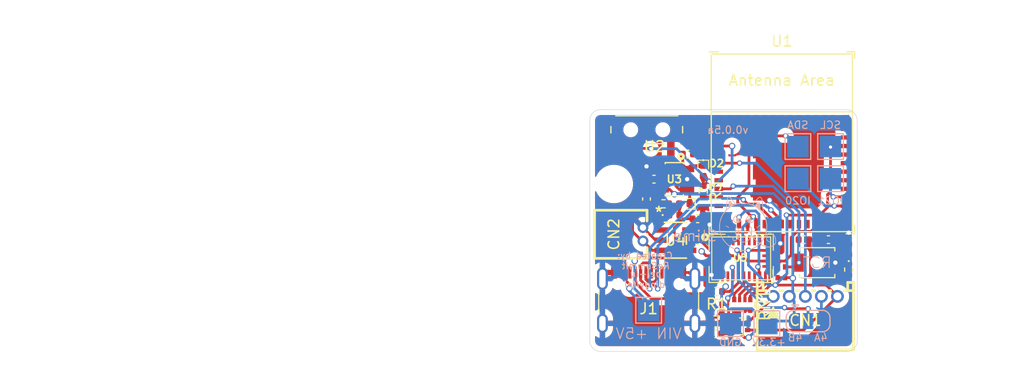
<source format=kicad_pcb>
(kicad_pcb (version 20240108) (generator "pcbnew") (generator_version "8.0")
  (layers (0 "F.Cu" signal) (31 "B.Cu" signal) (34 "B.Paste" user) (35 "F.Paste" user) (36 "B.SilkS" user "B.Silkscreen") (37 "F.SilkS" user "F.Silkscreen") (38 "B.Mask" user) (39 "F.Mask" user) (44 "Edge.Cuts" user))
  (net 0 "")
  (net 1 "GND")
  (net 2 "VBAT")
  (net 3 "/ESP32-C6FH4/ESP_EN")
  (net 4 "/ESP32-C6FH4/IO9{slash}BOOT")
  (net 5 "VBUS")
  (net 6 "Net-(CHRG1-K)")
  (net 7 "/ESP32-C6FH4/IO8")
  (net 8 "Net-(D1-K)")
  (net 9 "/ESP32-C6FH4/IO15{slash}LP")
  (net 10 "/ESP32-C6FH4/IO5")
  (net 11 "/ESP32-C6FH4/IO16{slash}TX")
  (net 12 "/ESP32-C6FH4/IO20{slash}PICO")
  (net 13 "/ESP32-C6FH4/IO23{slash}STAT")
  (net 14 "/ESP32-C6FH4/IO17{slash}RX")
  (net 15 "/ESP32-C6FH4/IO21{slash}POCI")
  (net 16 "/ESP32-C6FH4/IO22{slash}~{SD_DET}")
  (net 17 "D+ P")
  (net 18 "Net-(U5-CAP)")
  (net 19 "D- N")
  (net 20 "BNO_INT")
  (net 22 "Net-(RN1D-R4.1)")
  (net 26 "BNO_SCL")
  (net 28 "BNO_SDA")
  (net 29 "Net-(JP1-C)")
  (net 34 "+3.3V")
  (net 35 "/ESP32-C6FH4/IO14")
  (net 36 "BNO_INT2")
  (net 37 "BatSense")
  (net 38 "Net-(J1-CC2)")
  (net 39 "Net-(J1-CC1)")
  (net 40 "Net-(U4-STAT)")
  (net 41 "Net-(U4-PROG)")
  (net 42 "/ESP32-C6FH4/IO18{slash}~{CS}")
  (net 43 "/ESP32-C6FH4/IO0")
  (net 44 "/ESP32-C6FH4/IO19{slash}SCK")
  (net 45 "Net-(STAT1-K)")
  (net 47 "Net-(D2-A)")
  (net 49 "/ESP32-C6FH4/IO3")
  (net 50 "Net-(RN1B-R2.1)")
  (net 51 "Net-(U5-BOOTN)")
  (net 52 "Net-(RN1A-R1.1)")
  (footprint "uSlime-libs:D_0402_1005Metric" (layer "F.Cu") (at 109.5 98.15 180)
    (property "Reference" "D1" (hide yes))
    (property "Value" "D" (hide yes))
  )
  (footprint "Resistor_SMD:R_Array_Convex_4x0402" (layer "F.Cu") (at 114.9 107.6 -90)
    (property "Reference" "RN1")
    (property "Value" "10k")
  )
  (footprint "Capacitor_SMD:C_0402_1005Metric" (layer "F.Cu") (at 120.65 101.5)
    (property "Reference" "C1" (hide yes))
    (property "Value" "0.1uF" (hide yes))
  )
  (footprint "uSlime-libs:CONN-TH_5P-P1.50_X1502WR-05K-N0SN" (layer "F.Cu") (at 120.795 106.8)
    (property "Reference" "CN1")
    (property "Value" "X1502WR-05K-N0SN")
  )
  (footprint "LED_SMD:LED_0402_1005Metric" (layer "F.Cu") (at 108.55 99.2)
    (property "Reference" "CHRG1" (hide yes))
    (property "Value" "LED" (hide yes))
  )
  (footprint "Resistor_SMD:R_0402_1005Metric" (layer "F.Cu") (at 111.25 97 -90)
    (property "Reference" "R3")
    (property "Value" "180k")
  )
  (footprint "Connector_USB:USB_C_Receptacle_GCT_USB4105-xx-A_16P_TopMnt_Horizontal" (layer "F.Cu") (at 106.15 108.25)
    (property "Reference" "J1")
    (property "Value" "USB_C_Receptacle_USB2.0_14P")
  )
  (footprint "Capacitor_SMD:C_0402_1005Metric" (layer "F.Cu") (at 112.45 110.3 180)
    (property "Reference" "C9" (hide yes))
    (property "Value" "0.1uF" (hide yes))
  )
  (footprint "Capacitor_SMD:C_0402_1005Metric" (layer "F.Cu") (at 122.95 101.5)
    (property "Reference" "C2" (hide yes))
    (property "Value" "0.1uF" (hide yes))
  )
  (footprint "Resistor_SMD:R_0402_1005Metric" (layer "F.Cu") (at 110.7 101.55)
    (property "Reference" "R5" (hide yes))
    (property "Value" "2k" (hide yes))
  )
  (footprint "Resistor_SMD:R_Array_Convex_2x0402" (layer "F.Cu") (at 112.5 107.85 180)
    (property "Reference" "RN4" (hide yes))
    (property "Value" "5.1k" (hide yes))
  )
  (footprint "Capacitor_SMD:C_0402_1005Metric" (layer "F.Cu") (at 109.82 93.5)
    (property "Reference" "C3" (hide yes))
    (property "Value" "10uF" (hide yes))
  )
  (footprint "Resistor_SMD:R_0402_1005Metric" (layer "F.Cu") (at 107.54 98.15 180)
    (property "Reference" "R4" (hide yes))
    (property "Value" "1k" (hide yes))
  )
  (footprint "Resistor_SMD:R_0402_1005Metric" (layer "F.Cu") (at 124.85 104.3 90)
    (property "Reference" "R8" (hide yes))
    (property "Value" "1k" (hide yes))
  )
  (footprint "uSlime-libs:D_0402_1005Metric" (layer "F.Cu") (at 111.25 95.0725 -90)
    (property "Reference" "D2")
    (property "Value" "D")
  )
  (footprint "Capacitor_SMD:C_0402_1005Metric" (layer "F.Cu") (at 112.45 109.3)
    (property "Reference" "C6" (hide yes))
    (property "Value" "0.1uF" (hide yes))
  )
  (footprint "uSlime-libs:BNO080" (layer "F.Cu") (at 114.8 103.25)
    (property "Reference" "U5")
    (property "Value" "BNO085" (hide yes))
  )
  (footprint "Resistor_SMD:R_Array_Convex_2x0402" (layer "F.Cu") (at 114.9 109.6 180)
    (property "Reference" "RN2" (hide yes))
    (property "Value" "2k" (hide yes))
  )
  (footprint "LED_SMD:LED_0402_1005Metric" (layer "F.Cu") (at 124.85 102.4175 90)
    (property "Reference" "STAT1" (hide yes))
    (property "Value" "LED" (hide yes))
  )
  (footprint "Resistor_SMD:R_0402_1005Metric" (layer "F.Cu") (at 112.5 106.35 180)
    (property "Reference" "R1")
    (property "Value" "10k")
  )
  (footprint "Capacitor_SMD:C_0402_1005Metric" (layer "F.Cu") (at 106.65 95.85 180)
    (property "Reference" "C4" (hide yes))
    (property "Value" "10uF" (hide yes))
  )
  (footprint "Capacitor_SMD:C_0402_1005Metric" (layer "F.Cu") (at 105.95 97.7 -90)
    (property "Reference" "C5" (hide yes))
    (property "Value" "10μF" (hide yes))
  )
  (footprint "" (layer "F.Cu") (at 102.9 96.3)
    (property "Reference" "")
    (property "Value" "")
  )
  (footprint "uSlime-libs:SOT-23-5_MC_MCH" (layer "F.Cu") (at 108.65 101.55)
    (property "Reference" "U4")
    (property "Value" "MCP73831T-2ACI/OT" (hide yes))
  )
  (footprint "PCM_Espressif:ESP32-C6-MINI-1" (layer "F.Cu") (at 118.6 92.45)
    (property "Reference" "U1")
    (property "Value" "ESP32-C6-MINI-1" (hide yes))
  )
  (footprint "uSlime-libs:SW_PCM12SMTR" (layer "F.Cu") (at 105.975 91.225 180)
    (property "Reference" "U2")
    (property "Value" "MSK-12C02_SMD_SPDT_SWITCH")
  )
  (footprint "Button_Switch_SMD:SW_SPST_B3U-1000P-B" (layer "F.Cu") (at 121.9 103.65 180)
    (property "Reference" "RESET1" (hide yes))
    (property "Value" "SW_Push")
  )
  (footprint "uSlime-libs:CONN-TH_2P-P1.25_1.25T-2AW" (layer "F.Cu") (at 105.619 101 -90)
    (property "Reference" "CN2")
    (property "Value" "1.25T-2AW")
  )
  (footprint "uSlime-libs:SOT95P285X140-5N" (layer "F.Cu") (at 108.55 95.85 180)
    (property "Reference" "U3")
    (property "Value" "AP2112K-3.3TRG1")
  )
  (footprint "Capacitor_SMD:C_0402_1005Metric" (layer "F.Cu") (at 110.73 99.55)
    (property "Reference" "C7" (hide yes))
    (property "Value" "10μF" (hide yes))
  )
  (footprint "Resistor_SMD:R_Array_Convex_2x0402" (layer "F.Cu") (at 118.55 104.55 -90)
    (property "Reference" "RN3" (hide yes))
    (property "Value" "100k" (hide yes))
  )
  (footprint "TestPoint:TestPoint_Pad_2.0x2.0mm" (layer "B.Cu") (at 113.8 109.35 180)
    (property "Reference" "TP6" (hide yes))
    (property "Value" "GND")
  )
  (footprint "TestPoint:TestPoint_Pad_2.0x2.0mm" (layer "B.Cu") (at 117.2 109.35 180)
    (property "Reference" "TP5" (hide yes))
    (property "Value" "3.3V")
  )
  (footprint "TestPoint:TestPoint_Pad_2.0x2.0mm" (layer "B.Cu") (at 120.1 95.8 180)
    (property "Reference" "TP3" (hide yes))
    (property "Value" "IO14")
  )
  (footprint "TestPoint:TestPoint_Pad_2.0x2.0mm" (layer "B.Cu") (at 123.15 92.8 180)
    (property "Reference" "TP2" (hide yes))
    (property "Value" "SCL")
  )
  (footprint "TestPoint:TestPoint_Pad_2.0x2.0mm" (layer "B.Cu") (at 106.15 108.1 180)
    (property "Reference" "TP7" (hide yes))
    (property "Value" "VBUS")
  )
  (footprint "TestPoint:TestPoint_Pad_2.0x2.0mm" (layer "B.Cu") (at 123.15 95.8 180)
    (property "Reference" "TP4" (hide yes))
    (property "Value" "IO14")
  )
  (footprint "uSlime-libs:uSlime_logo" (layer "B.Cu") (at 115.014615 100.135524 180)
    (property "Reference" "G***" (hide yes))
    (property "Value" "LOGO" (hide yes))
  )
  (footprint "Jumper:SolderJumper-3_P1.3mm_Open_RoundedPad1.0x1.5mm" (layer "B.Cu") (at 121.05 109.1075)
    (property "Reference" "JP1" (hide yes))
    (property "Value" "Jumper_3_Open")
  )
  (footprint "TestPoint:TestPoint_Pad_2.0x2.0mm" (layer "B.Cu") (at 120.1 92.8 180)
    (property "Reference" "TP1" (hide yes))
    (property "Value" "SDA")
  )
  (gr_line (start 124.642893 89.357107) (end 101.65 89.35) (stroke (width 0.05)) (layer "Edge.Cuts"))
  (gr_line (start 101.65 111.95) (end 124.65 111.95) (stroke (width 0.05)) (layer "Edge.Cuts"))
  (gr_line (start 125.65 110.95) (end 125.642893 90.357107) (stroke (width 0.05)) (layer "Edge.Cuts"))
  (gr_arc (start 100.65 90.35) (mid 100.942893 89.642893) (end 101.65 89.35) (stroke (width 0.05)) (layer "Edge.Cuts"))
  (gr_line (start 100.65 90.35) (end 100.65 110.95) (stroke (width 0.05)) (layer "Edge.Cuts"))
  (gr_arc (start 101.65 111.95) (mid 100.942893 111.657107) (end 100.65 110.95) (stroke (width 0.05)) (layer "Edge.Cuts"))
  (gr_arc (start 124.642893 89.357107) (mid 125.35 89.65) (end 125.642893 90.357107) (stroke (width 0.05)) (layer "Edge.Cuts"))
  (gr_arc (start 125.65 110.95) (mid 125.357107 111.657107) (end 124.65 111.95) (stroke (width 0.05)) (layer "Edge.Cuts"))
  (gr_text "dingyifei" (at 105.8 105.35 0) (layer "B.SilkS") (effects (font (size 0.6 0.6) (thickness 0.1) (italic yes)) (justify top mirror)))
  (gr_text "IO21" (at 123.15 97.45 0) (layer "B.SilkS") (effects (font (size 0.7 0.7) (thickness 0.1)) (justify top mirror)))
  (gr_text "VIN +5V" (at 106.15 109.7 0) (layer "B.SilkS") (effects (font (size 1 1) (thickness 0.1)) (justify top mirror)))
  (gr_text "ReSummit" (at 105.9 103.6 0) (layer "B.SilkS") (effects (font (size 0.6 0.6) (thickness 0.1) (italic yes)) (justify top mirror)))
  (gr_text "SCL" (at 123.15 91.2 0) (layer "B.SilkS") (effects (font (size 0.7 0.7) (thickness 0.1)) (justify bottom mirror)))
  (gr_text "Created by:" (at 105.8 103.35 0) (layer "B.SilkS") (effects (font (size 0.6 0.6) (thickness 0.1)) (justify bottom mirror)))
  (gr_text "+3.3V" (at 117.4 111.5 0) (layer "B.SilkS") (effects (font (size 0.7 0.7) (thickness 0.1)) (justify bottom mirror)))
  (gr_text "RST" (at 121.9 103.65 0) (layer "B.SilkS") (effects (font (size 1 1) (thickness 0.1)) (justify mirror)))
  (gr_text "GND" (at 113.8 111.5 0) (layer "B.SilkS") (effects (font (size 0.7 0.7) (thickness 0.1)) (justify bottom mirror)))
  (gr_text "4A" (at 122.25 110.65 0) (layer "B.SilkS") (effects (font (size 0.7 0.7) (thickness 0.1)) (justify mirror)))
  (gr_text "v0.0.5a" (at 113.55 91.25 0) (layer "B.SilkS") (effects (font (size 0.7 0.7) (thickness 0.1)) (justify mirror)))
  (gr_text "SDA" (at 120.1 91.2 0) (layer "B.SilkS") (effects (font (size 0.7 0.7) (thickness 0.1)) (justify bottom mirror)))
  (gr_text "4B" (at 119.85 110.65 0) (layer "B.SilkS") (effects (font (size 0.7 0.7) (thickness 0.1)) (justify mirror)))
  (gr_text "pei-lu" (at 105.9 104.35 0) (layer "B.SilkS") (effects (font (size 0.6 0.6) (thickness 0.1) (italic yes)) (justify top mirror)))
  (gr_text "IO20" (at 120.1 97.45 0) (layer "B.SilkS") (effects (font (size 0.7 0.7) (thickness 0.1)) (justify top mirror)))
  (segment (start 107.3546 101.55) (end 106.794 101.55) (width 0.254) (layer "F.Cu") (net 1))
  (segment (start 112.7 99.15) (end 112.7 100.05) (width 0.254) (layer "F.Cu") (net 1))
  (segment (start 112.7 100.05) (end 112.65 100.1) (width 0.254) (layer "F.Cu") (net 1))
  (segment (start 114.0526 100.83647) (end 114.0046 100.78847) (width 0.254) (layer "F.Cu") (net 1))
  (segment (start 111.9 102.5) (end 111.21 101.81) (width 0.254) (layer "F.Cu") (net 1))
  (segment (start 124.55 100.553591) (end 124.55 100.1) (width 0.254) (layer "F.Cu") (net 1))
  (segment (start 115.31553 100.78847) (end 113.85 100.78847) (width 0.254) (layer "F.Cu") (net 1))
  (segment (start 109.895 104.57) (end 110.47 105.145) (width 0.254) (layer "F.Cu") (net 1))
  (segment (start 117.1876 103.00307) (end 117.781282 103.00307) (width 0.254) (layer "F.Cu") (net 1))
  (segment (start 111.85 100.1) (end 111.85 100) (width 0.254) (layer "F.Cu") (net 1))
  (segment (start 114.0526 101.57267) (end 114.0526 100.83647) (width 0.254) (layer "F.Cu") (net 1))
  (segment (start 111.85 100.1) (end 111.85 100.91) (width 0.254) (layer "F.Cu") (net 1))
  (segment (start 106.17 94.87) (end 105.95 94.65) (width 0.254) (layer "F.Cu") (net 1))
  (segment (start 115.4 100.05) (end 115.4 100.704) (width 0.254) (layer "F.Cu") (net 1))
  (segment (start 109.735 95.85) (end 109.75 95.85) (width 0.254) (layer "F.Cu") (net 1))
  (segment (start 111.97 109.23) (end 111.97 109.3) (width 0.254) (layer "F.Cu") (net 1))
  (segment (start 113 108.2) (end 111.97 109.23) (width 0.254) (layer "F.Cu") (net 1))
  (segment (start 112.15247 104.92547) (end 112.027 104.8) (width 0.254) (layer "F.Cu") (net 1))
  (segment (start 111.85 100.1) (end 112.65 100.1) (width 0.254) (layer "F.Cu") (net 1))
  (segment (start 111.85 100) (end 112.7 99.15) (width 0.254) (layer "F.Cu") (net 1))
  (segment (start 115.4 100.704) (end 115.31553 100.78847) (width 0.254) (layer "F.Cu") (net 1))
  (segment (start 111.97 109.3) (end 110.495 109.3) (width 0.254) (layer "F.Cu") (net 1))
  (segment (start 105.95 100.044) (end 105.619 100.375) (width 0.254) (layer "F.Cu") (net 1))
  (segment (start 111.21 99.55) (end 111.21 101.55) (width 0.254) (layer "F.Cu") (net 1))
  (segment (start 110.495 109.3) (end 110.47 109.325) (width 0.254) (layer "F.Cu") (net 1))
  (segment (start 124.846515 100.850106) (end 124.55 100.553591) (width 0.254) (layer "F.Cu") (net 1))
  (segment (start 114.0046 100.78847) (end 113.85 100.78847) (width 0.254) (layer "F.Cu") (net 1))
  (segment (start 117.781282 103.00307) (end 118.45 102.334352) (width 0.254) (layer "F.Cu") (net 1))
  (segment (start 118.45 102.334352) (end 118.45 101.85) (width 0.254) (layer "F.Cu") (net 1))
  (segment (start 102.405 104.57) (end 101.83 105.145) (width 0.254) (layer "F.Cu") (net 1))
  (segment (start 123.43 101.5) (end 123.43 103.48) (width 0.254) (layer "F.Cu") (net 1))
  (segment (start 113.33847 100.78847) (end 112.65 100.1) (width 0.254) (layer "F.Cu") (net 1))
  (segment (start 111.3 99.55) (end 111.85 100.1) (width 0.254) (layer "F.Cu") (net 1))
  (segment (start 109.35 104.57) (end 109.895 104.57) (width 0.254) (layer "F.Cu") (net 1))
  (segment (start 106.794 101.55) (end 105.619 100.375) (width 0.254) (layer "F.Cu") (net 1))
  (segment (start 113 107.5) (end 113 108.2) (width 0.254) (layer "F.Cu") (net 1))
  (segment (start 111.21 99.55) (end 111.3 99.55) (width 0.254) (layer "F.Cu") (net 1))
  (segment (start 112.027 104.33766) (end 112.3616 104.00306) (width 0.254) (layer "F.Cu") (net 1))
  (segment (start 113.85 100.78847) (end 113.33847 100.78847) (width 0.254) (layer "F.Cu") (net 1))
  (segment (start 112.5526 104.92547) (end 112.5526 104.19406) (width 0.254) (layer "F.Cu") (net 1))
  (segment (start 111.21 101.81) (end 111.21 101.55) (width 0.254) (layer "F.Cu") (net 1))
  (segment (start 110.3 92.865) (end 109.625 92.19) (width 0.254) (layer "F.Cu") (net 1))
  (segment (start 111.61 99.15) (end 112.7 99.15) (width 0.254) (layer "F.Cu") (net 1))
  (segment (start 121.13 101.5) (end 121.45 101.5) (width 0.254) (layer "F.Cu") (net 1))
  (segment (start 106.17 95.85) (end 106.17 94.87) (width 0.254) (layer "F.Cu") (net 1))
  (segment (start 112.5526 104.92547) (end 112.15247 104.92547) (width 0.254) (layer "F.Cu") (net 1))
  (segment (start 105.95 98.18) (end 105.95 100.044) (width 0.254) (layer "F.Cu") (net 1))
  (segment (start 101.83 105.145) (end 101.83 109.325) (width 0.254) (layer "F.Cu") (net 1))
  (segment (start 111.85 100.91) (end 111.21 101.55) (width 0.254) (layer "F.Cu") (net 1))
  (segment (start 111.21 101.54) (end 112.65 100.1) (width 0.254) (layer "F.Cu") (net 1))
  (segment (start 112.027 104.8) (end 112.027 104.33766) (width 0.254) (layer "F.Cu") (net 1))
  (segment (start 111.21 101.55) (end 111.21 101.54) (width 0.254) (layer "F.Cu") (net 1))
  (segment (start 112.3616 102.5) (end 111.9 102.5) (width 0.254) (layer "F.Cu") (net 1))
  (segment (start 114.5526 101.57267) (end 114.0526 101.57267) (width 0.254) (layer "F.Cu") (net 1))
  (segment (start 121.45 101.5) (end 123.6 103.65) (width 0.254) (layer "F.Cu") (net 1))
  (segment (start 111.21 99.55) (end 111.61 99.15) (width 0.254) (layer "F.Cu") (net 1))
  (segment (start 123.43 103.48) (end 123.6 103.65) (width 0.254) (layer "F.Cu") (net 1))
  (segment (start 111.97 109.3) (end 111.97 110.3) (width 0.254) (layer "F.Cu") (net 1))
  (segment (start 110.3 93.5) (end 110.3 92.865) (width 0.254) (layer "F.Cu") (net 1))
  (segment (start 124.76 104.81) (end 123.6 103.65) (width 0.254) (layer "F.Cu") (net 1))
  (segment (start 124.85 104.81) (end 124.76 104.81) (width 0.254) (layer "F.Cu") (net 1))
  (segment (start 102.95 104.57) (end 102.405 104.57) (width 0.254) (layer "F.Cu") (net 1))
  (segment (start 112.5526 104.19406) (end 112.3616 104.00306) (width 0.254) (layer "F.Cu") (net 1))
  (via (at 112.027 104.8) (size 0.6) (drill 0.4) (layers "F.Cu" "B.Cu") (net 1))
  (via (at 123.6 103.65) (size 0.6) (drill 0.4) (layers "F.Cu" "B.Cu") (net 1))
  (via (at 111.85 100.1) (size 0.6) (drill 0.4) (layers "F.Cu" "B.Cu") (net 1))
  (via (at 109.75 95.85) (size 0.6) (drill 0.4) (layers "F.Cu" "B.Cu") (net 1))
  (via (at 118.45 101.85) (size 0.6) (drill 0.4) (layers "F.Cu" "B.Cu") (net 1))
  (via (at 117.449947 97.816878) (size 0.6) (drill 0.4) (layers "F.Cu" "B.Cu") (net 1))
  (via (at 124.846515 100.850106) (size 0.6) (drill 0.4) (layers "F.Cu" "B.Cu") (net 1))
  (via (at 105.95 94.65) (size 0.6) (drill 0.4) (layers "F.Cu" "B.Cu") (net 1))
  (segment (start 122.295 106.8) (end 122.295 109.0525) (width 0.254) (layer "B.Cu") (net 1))
  (segment (start 118.45 101.85) (end 118.45 98.784706) (width 0.254) (layer "B.Cu") (net 1))
  (segment (start 122.295 109.0525) (end 122.35 109.1075) (width 0.254) (layer "B.Cu") (net 1))
  (segment (start 118.45 98.784706) (end 117.482172 97.816878) (width 0.254) (layer "B.Cu") (net 1))
  (segment (start 117.482172 97.816878) (end 117.449947 97.816878) (width 0.254) (layer "B.Cu") (net 1))
  (segment (start 105.313 99.237) (end 104.65 99.9) (width 0.254) (layer "F.Cu") (net 2))
  (segment (start 105.619 101.625) (end 106.494001 102.500001) (width 0.254) (layer "F.Cu") (net 2))
  (segment (start 105.525 101.625) (end 105.619 101.625) (width 0.254) (layer "F.Cu") (net 2))
  (segment (start 105.95 97.22) (end 105.935682 97.22) (width 0.254) (layer "F.Cu") (net 2))
  (segment (start 104.65 99.9) (end 104.65 100.75) (width 0.254) (layer "F.Cu") (net 2))
  (segment (start 105.45 96.72) (end 105.95 97.22) (width 0.254) (layer "F.Cu") (net 2))
  (segment (start 104.65 100.75) (end 105.525 101.625) (width 0.254) (layer "F.Cu") (net 2))
  (segment (start 103.725 92.975) (end 103.725 93.375) (width 0.254) (layer "F.Cu") (net 2))
  (segment (start 105.45 95.1) (end 105.45 96.72) (width 0.254) (layer "F.Cu") (net 2))
  (segment (start 103.725 93.375) (end 105.45 95.1) (width 0.254) (layer "F.Cu") (net 2))
  (segment (start 105.935682 97.22) (end 105.313 97.842682) (width 0.254) (layer "F.Cu") (net 2))
  (segment (start 105.313 97.842682) (end 105.313 99.237) (width 0.254) (layer "F.Cu") (net 2))
  (segment (start 106.494001 102.500001) (end 107.3546 102.500001) (width 0.254) (layer "F.Cu") (net 2))
  (segment (start 113.8 96.75) (end 112.7 96.75) (width 0.254) (layer "F.Cu") (net 3))
  (segment (start 114.05 96.5) (end 113.8 96.75) (width 0.254) (layer "F.Cu") (net 3))
  (segment (start 120.17 101.5) (end 120.17 103.62) (width 0.254) (layer "F.Cu") (net 3))
  (segment (start 119.8 104.05) (end 120.2 103.65) (width 0.254) (layer "F.Cu") (net 3))
  (segment (start 120.17 103.62) (end 120.2 103.65) (width 0.254) (layer "F.Cu") (net 3))
  (segment (start 118.9 104.05) (end 119.8 104.05) (width 0.254) (layer "F.Cu") (net 3))
  (via (at 114.05 96.5) (size 0.5) (drill 0.3) (layers "F.Cu" "B.Cu") (net 3))
  (via (at 120.2 103.65) (size 0.5) (drill 0.3) (layers "F.Cu" "B.Cu") (net 3))
  (segment (start 117.778658 96.5) (end 120.2 98.921342) (width 0.254) (layer "B.Cu") (net 3))
  (segment (start 120.2 98.921342) (end 120.2 103.65) (width 0.254) (layer "B.Cu") (net 3))
  (segment (start 114.05 96.5) (end 117.778658 96.5) (width 0.254) (layer "B.Cu") (net 3))
  (segment (start 122.6 100.05) (end 122.6 101.37) (width 0.254) (layer "F.Cu") (net 4))
  (segment (start 122.6 101.37) (end 122.47 101.5) (width 0.254) (layer "F.Cu") (net 4))
  (segment (start 108.55 104) (end 108.55 104.57) (width 0.254) (layer "F.Cu") (net 5))
  (segment (start 109.015 99.18) (end 109.035 99.2) (width 0.254) (layer "F.Cu") (net 5))
  (segment (start 109.9454 102.500001) (end 109.149999 102.500001) (width 0.254) (layer "F.Cu") (net 5))
  (segment (start 103.75 105.065592) (end 104.35 105.665592) (width 0.254) (layer "F.Cu") (net 5))
  (segment (start 109.149999 102.500001) (end 108.55 103.1) (width 0.254) (layer "F.Cu") (net 5))
  (segment (start 109.015 98.15) (end 109.015 99.18) (width 0.254) (layer "F.Cu") (net 5))
  (segment (start 108.55 103.1) (end 108.55 104.57) (width 0.254) (layer "F.Cu") (net 5))
  (segment (start 109.426999 99.55) (end 110.25 99.55) (width 0.254) (layer "F.Cu") (net 5))
  (segment (start 107.764 103.214) (end 108.55 104) (width 0.254) (layer "F.Cu") (net 5))
  (segment (start 109.035 99.2) (end 109.035 99.941999) (width 0.254) (layer "F.Cu") (net 5))
  (segment (start 103.75 104.57) (end 103.75 105.065592) (width 0.254) (layer "F.Cu") (net 5))
  (segment (start 104.850257 103.495001) (end 105.131258 103.214) (width 0.254) (layer "F.Cu") (net 5))
  (segment (start 108.55 100.426999) (end 109.426999 99.55) (width 0.254) (layer "F.Cu") (net 5))
  (segment (start 108.55 103.1) (end 108.55 100.426999) (width 0.254) (layer "F.Cu") (net 5))
  (segment (start 105.131258 103.214) (end 107.764 103.214) (width 0.254) (layer "F.Cu") (net 5))
  (segment (start 104.35 105.665592) (end 104.35 106.05) (width 0.254) (layer "F.Cu") (net 5))
  (segment (start 109.035 99.941999) (end 108.55 100.426999) (width 0.254) (layer "F.Cu") (net 5))
  (via (at 104.850257 103.495001) (size 0.6) (drill 0.4) (layers "F.Cu" "B.Cu") (net 5))
  (via (at 104.35 106.05) (size 0.6) (drill 0.4) (layers "F.Cu" "B.Cu") (net 5))
  (segment (start 104.850257 106.100257) (end 104.850257 103.495001) (width 0.254) (layer "B.Cu") (net 5))
  (segment (start 106.15 108.1) (end 106.15 107.4) (width 0.254) (layer "B.Cu") (net 5))
  (segment (start 106.15 107.4) (end 104.850257 106.100257) (width 0.254) (layer "B.Cu") (net 5))
  (segment (start 104.35 106.3) (end 106.15 108.1) (width 0.254) (layer "B.Cu") (net 5))
  (segment (start 104.35 106.05) (end 104.35 106.3) (width 0.254) (layer "B.Cu") (net 5))
  (segment (start 108.05 99.185) (end 108.065 99.2) (width 0.254) (layer "F.Cu") (net 6))
  (segment (start 108.05 98.15) (end 108.05 99.185) (width 0.254) (layer "F.Cu") (net 6))
  (segment (start 118.5 103.5) (end 118.9 103.5) (width 0.254) (layer "F.Cu") (net 7))
  (segment (start 118.2 104.05) (end 118.2 103.8) (width 0.254) (layer "F.Cu") (net 7))
  (segment (start 121.8 100.25) (end 121.8 100.05) (width 0.254) (layer "F.Cu") (net 7))
  (segment (start 120.039392 100.727) (end 121.323 100.727) (width 0.254) (layer "F.Cu") (net 7))
  (segment (start 118.9 103.5) (end 119.473 102.927) (width 0.254) (layer "F.Cu") (net 7))
  (segment (start 118.2 103.8) (end 118.5 103.5) (width 0.254) (layer "F.Cu") (net 7))
  (segment (start 119.473 102.927) (end 119.473 101.293392) (width 0.254) (layer "F.Cu") (net 7))
  (segment (start 121.323 100.727) (end 121.8 100.25) (width 0.254) (layer "F.Cu") (net 7))
  (segment (start 119.473 101.293392) (end 120.039392 100.727) (width 0.254) (layer "F.Cu") (net 7))
  (segment (start 109.34 93.5) (end 109.34 94.505) (width 0.254) (layer "F.Cu") (net 8))
  (segment (start 111.25 94.5875) (end 110.0475 94.5875) (width 0.254) (layer "F.Cu") (net 8))
  (segment (start 109.34 94.505) (end 109.735 94.9) (width 0.254) (layer "F.Cu") (net 8))
  (segment (start 109.05 94.9) (end 108.7 95.25) (width 0.254) (layer "F.Cu") (net 8))
  (segment (start 109.985 97.05) (end 109.735 96.8) (width 0.254) (layer "F.Cu") (net 8))
  (segment (start 110.0475 94.5875) (end 109.735 94.9) (width 0.254) (layer "F.Cu") (net 8))
  (segment (start 108.7 95.25) (end 108.7 96.5) (width 0.254) (layer "F.Cu") (net 8))
  (segment (start 109.735 94.9) (end 109.05 94.9) (width 0.254) (layer "F.Cu") (net 8))
  (segment (start 108.7 96.5) (end 109 96.8) (width 0.254) (layer "F.Cu") (net 8))
  (segment (start 109 96.8) (end 109.735 96.8) (width 0.254) (layer "F.Cu") (net 8))
  (segment (start 109.985 98.15) (end 109.985 97.05) (width 0.254) (layer "F.Cu") (net 8))
  (segment (start 123.5 98.35) (end 124.5 98.35) (width 0.254) (layer "F.Cu") (net 12))
  (via (at 123.5 98.35) (size 0.5) (drill 0.3) (layers "F.Cu" "B.Cu") (net 12))
  (segment (start 122.65 98.35) (end 123.5 98.35) (width 0.254) (layer "B.Cu") (net 12))
  (segment (start 120.1 95.8) (end 122.65 98.35) (width 0.254) (layer "B.Cu") (net 12))
  (segment (start 123.4 97.5) (end 124.45 97.5) (width 0.254) (layer "F.Cu") (net 15))
  (segment (start 124.45 97.5) (end 124.5 97.55) (width 0.254) (layer "F.Cu") (net 15))
  (via (at 123.4 97.5) (size 0.5) (drill 0.3) (layers "F.Cu" "B.Cu") (net 15))
  (segment (start 123.15 95.8) (end 123.15 97.25) (width 0.254) (layer "B.Cu") (net 15))
  (segment (start 123.15 97.25) (end 123.4 97.5) (width 0.254) (layer "B.Cu") (net 15))
  (segment (start 105.9 104.57) (end 105.9 105.15) (width 0.254) (layer "F.Cu") (net 17))
  (segment (start 106.4 105.5) (end 107 106.1) (width 0.254) (layer "F.Cu") (net 17))
  (segment (start 105.9 104.57) (end 105.9 105.215592) (width 0.254) (layer "F.Cu") (net 17))
  (segment (start 106.156408 105.472) (end 106.643592 105.472) (width 0.254) (layer "F.Cu") (net 17))
  (segment (start 117.574646 98.725354) (end 118.6 99.750708) (width 0.254) (layer "F.Cu") (net 17))
  (segment (start 106.643592 105.472) (end 106.9 105.215592) (width 0.254) (layer "F.Cu") (net 17))
  (segment (start 106.9 105.215592) (end 106.9 104.57) (width 0.254) (layer "F.Cu") (net 17))
  (segment (start 118.6 99.750708) (end 118.6 100.05) (width 0.254) (layer "F.Cu") (net 17))
  (segment (start 106.25 105.5) (end 106.4 105.5) (width 0.254) (layer "F.Cu") (net 17))
  (segment (start 105.9 105.15) (end 106.25 105.5) (width 0.254) (layer "F.Cu") (net 17))
  (segment (start 105.9 105.215592) (end 106.156408 105.472) (width 0.254) (layer "F.Cu") (net 17))
  (via (at 117.574646 98.725354) (size 0.5) (drill 0.3) (layers "F.Cu" "B.Cu") (net 17))
  (via (at 107 106.1) (size 0.5) (drill 0.3) (layers "F.Cu" "B.Cu") (net 17))
  (segment (start 117.574646 98.725354) (end 117.29317 98.443878) (width 0.254) (layer "B.Cu") (net 17))
  (segment (start 110.827464 98.293878) (end 107 102.121342) (width 0.254) (layer "B.Cu") (net 17))
  (segment (start 107 102.121342) (end 107 106.1) (width 0.254) (layer "B.Cu") (net 17))
  (segment (start 117.040235 98.293878) (end 110.827464 98.293878) (width 0.254) (layer "B.Cu") (net 17))
  (segment (start 117.29317 98.443878) (end 117.190235 98.443878) (width 0.254) (layer "B.Cu") (net 17))
  (segment (start 117.190235 98.443878) (end 117.040235 98.293878) (width 0.254) (layer "B.Cu") (net 17))
  (segment (start 113.9756 104.102943) (end 114.0526 104.179943) (width 0.254) (layer "F.Cu") (net 18))
  (segment (start 113.623 107.033718) (end 113.550001 106.960719) (width 0.254) (layer "F.Cu") (net 18))
  (segment (start 113.623 108.607) (end 113.623 107.033718) (width 0.254) (layer "F.Cu") (net 18))
  (segment (start 112.93 109.3) (end 113.623 108.607) (width 0.254) (layer "F.Cu") (net 18))
  (segment (start 114.0526 104.179943) (end 114.0526 104.92547) (width 0.254) (layer "F.Cu") (net 18))
  (via (at 113.550001 106.960719) (size 0.5) (drill 0.3) (layers "F.Cu" "B.Cu") (net 18))
  (via (at 113.9756 104.102943) (size 0.5) (drill 0.3) (layers "F.Cu" "B.Cu") (net 18))
  (segment (start 113.9756 106.53512) (end 113.550001 106.960719) (width 0.254) (layer "B.Cu") (net 18))
  (segment (start 113.9756 104.102943) (end 113.9756 106.53512) (width 0.254) (layer "B.Cu") (net 18))
  (segment (start 106.4 103.924408) (end 106.4 104.57) (width 0.254) (layer "F.Cu") (net 19))
  (segment (start 116.281 98.177) (end 117.8 99.696) (width 0.254) (layer "F.Cu") (net 19))
  (segment (start 106.213066 106.1) (end 106.25 106.1) (width 0.254) (layer "F.Cu") (net 19))
  (segment (start 106.143592 103.668) (end 106.4 103.924408) (width 0.254) (layer "F.Cu") (net 19))
  (segment (start 115.410122 98.177) (end 116.281 98.177) (width 0.254) (layer "F.Cu") (net 19))
  (segment (start 117.8 99.696) (end 117.8 100.05) (width 0.254) (layer "F.Cu") (net 19))
  (segment (start 105.656408 103.668) (end 106.143592 103.668) (width 0.254) (layer "F.Cu") (net 19))
  (segment (start 115 97.766878) (end 115.410122 98.177) (width 0.254) (layer "F.Cu") (net 19))
  (segment (start 105.4 103.924408) (end 105.656408 103.668) (width 0.254) (layer "F.Cu") (net 19))
  (segment (start 105.4 104.57) (end 105.4 105.286934) (width 0.254) (layer "F.Cu") (net 19))
  (segment (start 105.4 104.57) (end 105.4 103.924408) (width 0.254) (layer "F.Cu") (net 19))
  (segment (start 105.4 105.286934) (end 106.213066 106.1) (width 0.254) (layer "F.Cu") (net 19))
  (via (at 106.25 106.1) (size 0.5) (drill 0.3) (layers "F.Cu" "B.Cu") (net 19))
  (via (at 115 97.766878) (size 0.5) (drill 0.3) (layers "F.Cu" "B.Cu") (net 19))
  (segment (start 111.698175 97.643878) (end 111.638053 97.704) (width 0.254) (layer "B.Cu") (net 19))
  (segment (start 111.638053 97.704) (end 110.846 97.704) (width 0.254) (layer "B.Cu") (net 19))
  (segment (start 115 97.766878) (end 114.877 97.643878) (width 0.254) (layer "B.Cu") (net 19))
  (segment (start 114.877 97.643878) (end 111.698175 97.643878) (width 0.254) (layer "B.Cu") (net 19))
  (segment (start 110.846 97.704) (end 106.25 102.3) (width 0.254) (layer "B.Cu") (net 19))
  (segment (start 106.25 102.3) (end 106.25 106.1) (width 0.254) (layer "B.Cu") (net 19))
  (segment (start 116.5526 105.56167) (end 116.5526 104.92547) (width 0.254) (layer "F.Cu") (net 20))
  (segment (start 114.6 99.396) (end 114.6 100.05) (width 0.254) (layer "F.Cu") (net 20))
  (segment (start 116.41427 105.7) (end 116.5526 105.56167) (width 0.254) (layer "F.Cu") (net 20))
  (segment (start 116.4546 104.123402) (end 116.4546 104.82747) (width 0.254) (layer "F.Cu") (net 20))
  (segment (start 116.365599 104.034401) (end 116.4546 104.123402) (width 0.254) (layer "F.Cu") (net 20))
  (segment (start 114.65 106.85) (end 114.65 106.635612) (width 0.254) (layer "F.Cu") (net 20))
  (segment (start 114.65 106.635612) (end 115.585612 105.7) (width 0.254) (layer "F.Cu") (net 20))
  (segment (start 115.585612 105.7) (end 116.41427 105.7) (width 0.254) (layer "F.Cu") (net 20))
  (segment (start 116.4546 104.82747) (end 116.5526 104.92547) (width 0.254) (layer "F.Cu") (net 20))
  (via (at 116.365599 104.034401) (size 0.5) (drill 0.3) (layers "F.Cu" "B.Cu") (net 20))
  (via (at 114.6 99.396) (size 0.5) (drill 0.3) (layers "F.Cu" "B.Cu") (net 20))
  (segment (start 116.4605 103.9395) (end 116.365599 104.034401) (width 0.254) (layer "B.Cu") (net 20))
  (segment (start 116.151791 98.820878) (end 116.4605 99.129587) (width 0.254) (layer "B.Cu") (net 20))
  (segment (start 114.6 99.396) (end 115.175122 98.820878) (width 0.254) (layer "B.Cu") (net 20))
  (segment (start 116.4605 99.129587) (end 116.4605 103.9395) (width 0.254) (layer "B.Cu") (net 20))
  (segment (start 115.175122 98.820878) (end 116.151791 98.820878) (width 0.254) (layer "B.Cu") (net 20))
  (segment (start 115.0526 105.66167) (end 114.15 106.56427) (width 0.254) (layer "F.Cu") (net 22))
  (segment (start 115.0526 104.92547) (end 115.0526 105.66167) (width 0.254) (layer "F.Cu") (net 22))
  (segment (start 114.15 106.56427) (end 114.15 106.85) (width 0.254) (layer "F.Cu") (net 22))
  (segment (start 122.873 97.281709) (end 122.873 98.477) (width 0.254) (layer "F.Cu") (net 26))
  (segment (start 120.645 109.95) (end 123.795 106.8) (width 0.254) (layer "F.Cu") (net 26))
  (segment (start 123.15 92.85) (end 123.15 97.004709) (width 0.254) (layer "F.Cu") (net 26))
  (segment (start 115.4 109.95) (end 120.645 109.95) (width 0.254) (layer "F.Cu") (net 26))
  (segment (start 122.873 98.477) (end 122.143606 99.206394) (width 0.254) (layer "F.Cu") (net 26))
  (segment (start 122.744923 105.749923) (end 123.795 106.8) (width 0.254) (layer "F.Cu") (net 26))
  (segment (start 117.4646 102.223) (end 117.1876 102.5) (width 0.254) (layer "F.Cu") (net 26))
  (segment (start 122.143606 99.206394) (end 119.027 99.206394) (width 0.254) (layer "F.Cu") (net 26))
  (segment (start 123.15 97.004709) (end 122.873 97.281709) (width 0.254) (layer "F.Cu") (net 26))
  (segment (start 117.991599 105.749923) (end 122.744923 105.749923) (width 0.254) (layer "F.Cu") (net 26))
  (segment (start 115.477 102.5) (end 117.1876 102.5) (width 0.254) (layer "F.Cu") (net 26))
  (segment (start 117.4646 100.7146) (end 117.4646 102.223) (width 0.254) (layer "F.Cu") (net 26))
  (segment (start 117 100.25) (end 117.4646 100.7146) (width 0.254) (layer "F.Cu") (net 26))
  (segment (start 117 100.05) (end 117 100.25) (width 0.254) (layer "F.Cu") (net 26))
  (via (at 123.15 92.85) (size 0.5) (drill 0.3) (layers "F.Cu" "B.Cu") (net 26))
  (via (at 115.477 102.5) (size 0.5) (drill 0.3) (layers "F.Cu" "B.Cu") (net 26))
  (via (at 117.991599 105.749923) (size 0.5) (drill 0.3) (layers "F.Cu" "B.Cu") (net 26))
  (via (at 119.027 99.206394) (size 0.5) (drill 0.3) (layers "F.Cu" "B.Cu") (net 26))
  (segment (start 119.077 99.256394) (end 119.077 104.664522) (width 0.254) (layer "B.Cu") (net 26))
  (segment (start 115.477 103.891093) (end 115.477 102.5) (width 0.254) (layer "B.Cu") (net 26))
  (segment (start 119.027 99.206394) (end 119.077 99.256394) (width 0.254) (layer "B.Cu") (net 26))
  (segment (start 123.15 92.8) (end 123.15 92.85) (width 0.254) (layer "B.Cu") (net 26))
  (segment (start 119.077 104.664522) (end 117.991599 105.749923) (width 0.254) (layer "B.Cu") (net 26))
  (segment (start 117.33583 105.749923) (end 115.477 103.891093) (width 0.254) (layer "B.Cu") (net 26))
  (segment (start 117.991599 105.749923) (end 117.33583 105.749923) (width 0.254) (layer "B.Cu") (net 26))
  (segment (start 115.774878 99.347878) (end 115.9335 99.347878) (width 0.254) (layer "F.Cu") (net 28))
  (segment (start 116.2 100.05) (end 116.2 100.704) (width 0.254) (layer "F.Cu") (net 28))
  (segment (start 116.9546 100.83847) (end 117.0606 100.94447) (width 0.254) (layer "F.Cu") (net 28))
  (segment (start 115.9335 99.347878) (end 116.2 99.614378) (width 0.254) (layer "F.Cu") (net 28))
  (segment (start 118.95 91.8) (end 116.68048 91.8) (width 0.254) (layer "F.Cu") (net 28))
  (segment (start 116.68048 91.8) (end 115.527 92.95348) (width 0.254) (layer "F.Cu") (net 28))
  (segment (start 117.795 106.905) (end 117.795 106.8) (width 0.254) (layer "F.Cu") (net 28))
  (segment (start 115.4 109.25) (end 115.45 109.25) (width 0.254) (layer "F.Cu") (net 28))
  (segment (start 115.527 96.494587) (end 114.473 97.548587) (width 0.254) (layer "F.Cu") (net 28))
  (segment (start 115.45 109.25) (end 117.795 106.905) (width 0.254) (layer "F.Cu") (net 28))
  (segment (start 114.473 97.548587) (end 114.473 98.046) (width 0.254) (layer "F.Cu") (net 28))
  (segment (start 117.0606 100.94447) (end 117.0606 101.57267) (width 0.254) (layer "F.Cu") (net 28))
  (segment (start 116.2 99.614378) (end 116.2 100.05) (width 0.254) (layer "F.Cu") (net 28))
  (segment (start 116.33447 100.83847) (end 116.9546 100.83847) (width 0.254) (layer "F.Cu") (net 28))
  (segment (start 116.2 100.704) (end 116.33447 100.83847) (width 0.254) (layer "F.Cu") (net 28))
  (segment (start 114.473 98.046) (end 115.774878 99.347878) (width 0.254) (layer "F.Cu") (net 28))
  (segment (start 115.527 92.95348) (end 115.527 96.494587) (width 0.254) (layer "F.Cu") (net 28))
  (via (at 115.9335 99.347878) (size 0.5) (drill 0.3) (layers "F.Cu" "B.Cu") (net 28))
  (via (at 118.95 91.8) (size 0.5) (drill 0.3) (layers "F.Cu" "B.Cu") (net 28))
  (segment (start 114.95 100.331378) (end 114.95 105.15) (width 0.254) (layer "B.Cu") (net 28))
  (segment (start 119.1 91.8) (end 120.1 92.8) (width 0.254) (layer "B.Cu") (net 28))
  (segment (start 114.95 105.15) (end 116.6 106.8) (width 0.254) (layer "B.Cu") (net 28))
  (segment (start 116.6 106.8) (end 117.795 106.8) (width 0.254) (layer "B.Cu") (net 28))
  (segment (start 118.95 91.8) (end 119.1 91.8) (width 0.254) (layer "B.Cu") (net 28))
  (segment (start 115.9335 99.347878) (end 114.95 100.331378) (width 0.254) (layer "B.Cu") (net 28))
  (segment (start 118.95 107.95) (end 118.85 107.85) (width 0.254) (layer "F.Cu") (net 29))
  (segment (start 115.425281 103.50307) (end 117.1876 103.50307) (width 0.254) (layer "F.Cu") (net 29))
  (segment (start 114.407313 102.485102) (end 115.425281 103.50307) (width 0.254) (layer "F.Cu") (net 29))
  (segment (start 121.05 107.95) (end 118.95 107.95) (width 0.254) (layer "F.Cu") (net 29))
  (via (at 114.407313 102.485102) (size 0.5) (drill 0.3) (layers "F.Cu" "B.Cu") (net 29))
  (via (at 118.85 107.85) (size 0.5) (drill 0.3) (layers "F.Cu" "B.Cu") (net 29))
  (via (at 121.05 107.95) (size 0.5) (drill 0.3) (layers "F.Cu" "B.Cu") (net 29))
  (segment (start 118.85 107.85) (end 117.078658 107.85) (width 0.254) (layer "B.Cu") (net 29))
  (segment (start 121.05 109.1075) (end 121.05 107.95) (width 0.254) (layer "B.Cu") (net 29))
  (segment (start 117.078658 107.85) (end 114.5026 105.273942) (width 0.254) (layer "B.Cu") (net 29))
  (segment (start 114.5026 102.580389) (end 114.407313 102.485102) (width 0.254) (layer "B.Cu") (net 29))
  (segment (start 114.5026 105.273942) (end 114.5026 102.580389) (width 0.254) (layer "B.Cu") (net 29))
  (segment (start 107.13 95.85) (end 107.13 96.565) (width 0.254) (layer "F.Cu") (net 34))
  (segment (start 114.4 109.25) (end 114.4 108.35) (width 0.254) (layer "F.Cu") (net 34))
  (segment (start 107.13 96.565) (end 107.365 96.8) (width 0.254) (layer "F.Cu") (net 34))
  (segment (start 114.4 109.95) (end 114.4 109.25) (width 0.254) (layer "F.Cu") (net 34))
  (segment (start 114.65 108.1) (end 114.4 108.35) (width 0.254) (layer "F.Cu") (net 34))
  (segment (start 118.2 105.05) (end 118.9 105.05) (width 0.254) (layer "F.Cu") (net 34))
  (segment (start 113.95307 103.00307) (end 114.15307 103.00307) (width 0.254) (layer "F.Cu") (net 34))
  (segment (start 115.1 110.65) (end 114.4 109.95) (width 0.254) (layer "F.Cu") (net 34))
  (segment (start 114.05 110.3) (end 114.4 109.95) (width 0.254) (layer "F.Cu") (net 34))
  (segment (start 113.1006 101.62067) (end 113.1006 102.3006) (width 0.254) (layer "F.Cu") (net 34))
  (segment (start 107.365 96.8) (end 108.1 96.8) (width 0.254) (layer "F.Cu") (net 34))
  (segment (start 114.15307 103.00307) (end 114.5526 103.4026) (width 0.254) (layer "F.Cu") (net 34))
  (segment (start 118.9 105.05) (end 119.573 105.05) (width 0.254) (layer "F.Cu") (net 34))
  (segment (start 111.1058 102.592512) (end 111.516358 103.00307) (width 0.254) (layer "F.Cu") (net 34))
  (segment (start 113.01 106.35) (end 113.722218 106.35) (width 0.254) (layer "F.Cu") (net 34))
  (segment (start 114.4 108.35) (end 114.15 108.1) (width 0.254) (layer "F.Cu") (net 34))
  (segment (start 113.1006 102.3006) (end 113.80307 103.00307) (width 0.254) (layer "F.Cu") (net 34))
  (segment (start 114.5526 103.4026) (end 114.5526 104.92547) (width 0.254) (layer "F.Cu") (net 34))
  (segment (start 112.93 110.3) (end 114.05 110.3) (width 0.254) (layer "F.Cu") (net 34))
  (segment (start 113.3664 103.00307) (end 113.95307 103.00307) (width 0.254) (layer "F.Cu") (net 34))
  (segment (start 114.5526 105.519618) (end 114.5526 104.92547) (width 0.254) (layer "F.Cu") (net 34))
  (segment (start 112.3616 103.00307) (end 113.3664 103.00307) (width 0.254) (layer "F.Cu") (net 34))
  (segment (start 113.0526 101.57267) (end 113.1006 101.62067) (width 0.254) (layer "F.Cu") (net 34))
  (segment (start 115.5 110.65) (end 115.1 110.65) (width 0.254) (layer "F.Cu") (net 34))
  (segment (start 113.722218 106.35) (end 114.5526 105.519618) (width 0.254) (layer "F.Cu") (net 34))
  (segment (start 111.516358 103.00307) (end 112.3616 103.00307) (width 0.254) (layer "F.Cu") (net 34))
  (segment (start 119.573 105.05) (end 119.623 105.1) (width 0.254) (layer "F.Cu") (net 34))
  (segment (start 108.1 96.8) (end 108.55 97.25) (width 0.254) (layer "F.Cu") (net 34))
  (segment (start 113.01 106.35) (end 113.01 106.221272) (width 0.254) (layer "F.Cu") (net 34))
  (segment (start 113.80307 103.00307) (end 113.95307 103.00307) (width 0.254) (layer "F.Cu") (net 34))
  (segment (start 113.01 106.221272) (end 113.3486 105.882672) (width 0.254) (layer "F.Cu") (net 34))
  (segment (start 113.95 92.75) (end 112.7 92.75) (width 0.254) (layer "F.Cu") (net 34))
  (segment (start 114.15 108.1) (end 115.65 108.1) (width 0.254) (layer "F.Cu") (net 34))
  (via (at 115.5 110.65) (size 0.6) (drill 0.4) (layers "F.Cu" "B.Cu") (net 34))
  (via (at 119.623 105.1) (size 0.6) (drill 0.4) (layers "F.Cu" "B.Cu") (net 34))
  (via (at 113.95 92.75) (size 0.6) (drill 0.4) (layers "F.Cu" "B.Cu") (net 34))
  (via (at 111.1058 102.592512) (size 0.6) (drill 0.4) (layers "F.Cu" "B.Cu") (net 34))
  (via (at 108.55 97.25) (size 0.6) (drill 0.4) (layers "F.Cu" "B.Cu") (net 34))
  (via (at 113.3486 105.882672) (size 0.6) (drill 0.4) (layers "F.Cu" "B.Cu") (net 34))
  (segment (start 113.95 94.75) (end 113.95 92.75) (width 0.254) (layer "B.Cu") (net 34))
  (segment (start 119.75 109.1075) (end 119.75 107.255) (width 0.254) (layer "B.Cu") (net 34))
  (segment (start 112.973001 107.199721) (end 113.72328 107.95) (width 0.254) (layer "B.Cu") (net 34))
  (segment (start 113.72328 107.95) (end 115.8 107.95) (width 0.254) (layer "B.Cu") (net 34))
  (segment (start 115.8 107.95) (end 117.2 109.35) (width 0.254) (layer "B.Cu") (net 34))
  (segment (start 119.75 107.255) (end 119.295 106.8) (width 0.254) (layer "B.Cu") (net 34))
  (segment (start 117.2 109.35) (end 116.8 109.35) (width 0.254) (layer "B.Cu") (net 34))
  (segment (start 119.623 105.15) (end 119.623 105.1) (width 0.254) (layer "B.Cu") (net 34))
  (segment (start 108.610122 97.189878) (end 117.826484 97.189878) (width 0.254) (layer "B.Cu") (net 34))
  (segment (start 112.973001 106.258271) (end 112.973001 107.199721) (width 0.254) (layer "B.Cu") (net 34))
  (segment (start 111.45 97.25) (end 113.95 94.75) (width 0.254) (layer "B.Cu") (net 34))
  (segment (start 116.8 109.35) (end 115.5 110.65) (width 0.254) (layer "B.Cu") (net 34))
  (segment (start 113.3486 105.882672) (end 112.973001 106.258271) (width 0.254) (layer "B.Cu") (net 34))
  (segment (start 119.75 109.1075) (end 117.4425 109.1075) (width 0.254) (layer "B.Cu") (net 34))
  (segment (start 117.826484 97.189878) (end 119.623 98.986394) (width 0.254) (layer "B.Cu") (net 34))
  (segment (start 119.623 106.472) (end 119.295 106.8) (width 0.254) (layer "B.Cu") (net 34))
  (segment (start 119.623 98.986394) (end 119.623 105.15) (width 0.254) (layer "B.Cu") (net 34))
  (segment (start 108.55 97.25) (end 111.45 97.25) (width 0.254) (layer "B.Cu") (net 34))
  (segment (start 117.4425 109.1075) (end 117.2 109.35) (width 0.254) (layer "B.Cu") (net 34))
  (segment (start 119.623 105.15) (end 119.623 106.472) (width 0.254) (layer "B.Cu") (net 34))
  (segment (start 108.55 97.25) (end 108.610122 97.189878) (width 0.254) (layer "B.Cu") (net 34))
  (segment (start 112.7 94.35) (end 114.65 94.35) (width 0.254) (layer "F.Cu") (net 36))
  (via (at 114.65 94.35) (size 0.5) (drill 0.3) (layers "F.Cu" "B.Cu") (net 36))
  (segment (start 120.795 98.945) (end 120.795 106.8) (width 0.254) (layer "B.Cu") (net 36))
  (segment (start 116.2 94.35) (end 120.795 98.945) (width 0.254) (layer "B.Cu") (net 36))
  (segment (start 114.65 94.35) (end 116.2 94.35) (width 0.254) (layer "B.Cu") (net 36))
  (segment (start 111.25 97.51) (end 112.66 97.51) (width 0.254) (layer "F.Cu") (net 37))
  (segment (start 112.66 97.51) (end 112.7 97.55) (width 0.254) (layer "F.Cu") (net 37))
  (segment (start 112 107.454) (end 111.096 106.55) (width 0.254) (layer "F.Cu") (net 38))
  (segment (start 107.9 105.5) (end 107.9 104.57) (width 0.254) (layer "F.Cu") (net 38))
  (segment (start 108.95 106.55) (end 107.9 105.5) (width 0.254) (layer "F.Cu") (net 38))
  (segment (start 111.096 106.55) (end 108.95 106.55) (width 0.254) (layer "F.Cu") (net 38))
  (segment (start 112 107.5) (end 112 107.454) (width 0.254) (layer "F.Cu") (net 38))
  (segment (start 104.9 105.5) (end 104.9 104.57) (width 0.254) (layer "F.Cu") (net 39))
  (segment (start 112 108.2) (end 110.804 107.004) (width 0.254) (layer "F.Cu") (net 39))
  (segment (start 106.404 107.004) (end 104.9 105.5) (width 0.254) (layer "F.Cu") (net 39))
  (segment (start 110.804 107.004) (end 106.404 107.004) (width 0.254) (layer "F.Cu") (net 39))
  (segment (start 107.03 100.275399) (end 107.3546 100.599999) (width 0.254) (layer "F.Cu") (net 40))
  (segment (start 107.03 98.15) (end 107.03 100.275399) (width 0.254) (layer "F.Cu") (net 40))
  (segment (start 110.19 100.844599) (end 109.9454 100.599999) (width 0.254) (layer "F.Cu") (net 41))
  (segment (start 110.19 101.55) (end 110.19 100.844599) (width 0.254) (layer "F.Cu") (net 41))
  (segment (start 124.85 101.740303) (end 123.4 100.290303) (width 0.254) (layer "F.Cu") (net 42))
  (segment (start 123.4 100.290303) (end 123.4 100.05) (width 0.254) (layer "F.Cu") (net 42))
  (segment (start 124.85 101.9325) (end 124.85 101.740303) (width 0.254) (layer "F.Cu") (net 42))
  (segment (start 124.85 102.9025) (end 124.85 103.79) (width 0.254) (layer "F.Cu") (net 45))
  (segment (start 111.25 96) (end 111.25 96.49) (width 0.254) (layer "F.Cu") (net 47))
  (segment (start 111.8 96.05) (end 111.7425 96.05) (width 0.254) (layer "F.Cu") (net 47))
  (segment (start 105.225 92.975) (end 106.325 92.975) (width 0.254) (layer "F.Cu") (net 47))
  (segment (start 111.25 95.5575) (end 111.25 96) (width 0.254) (layer "F.Cu") (net 47))
  (segment (start 111.69 96.05) (end 111.25 96.49) (width 0.254) (layer "F.Cu") (net 47))
  (segment (start 111.8 96.05) (end 111.69 96.05) (width 0.254) (layer "F.Cu") (net 47))
  (segment (start 111.7425 96.05) (end 111.25 95.5575) (width 0.254) (layer "F.Cu") (net 47))
  (segment (start 106.325 92.975) (end 106.35 93) (width 0.254) (layer "F.Cu") (net 47))
  (via (at 111.8 96.05) (size 0.5) (drill 0.3) (layers "F.Cu" "B.Cu") (net 47))
  (via (at 106.35 93) (size 0.5) (drill 0.3) (layers "F.Cu" "B.Cu") (net 47))
  (segment (start 108.75 93) (end 111.8 96.05) (width 0.254) (layer "B.Cu") (net 47))
  (segment (start 106.35 93) (end 108.75 93) (width 0.254) (layer "B.Cu") (net 47))
  (segment (start 117.0606 105.63667) (end 117.0606 104.92547) (width 0.254) (layer "F.Cu") (net 50))
  (segment (start 115.15 106.706954) (end 115.752954 106.104) (width 0.254) (layer "F.Cu") (net 50))
  (segment (start 116.59327 106.104) (end 117.0606 105.63667) (width 0.254) (layer "F.Cu") (net 50))
  (segment (start 115.15 107.1) (end 115.15 106.706954) (width 0.254) (layer "F.Cu") (net 50))
  (segment (start 115.752954 106.104) (end 116.59327 106.104) (width 0.254) (layer "F.Cu") (net 50))
  (segment (start 111.67619 103.50307) (end 111.4 103.77926) (width 0.254) (layer "F.Cu") (net 51))
  (segment (start 111.4 103.77926) (end 111.4 105.76) (width 0.254) (layer "F.Cu") (net 51))
  (segment (start 112.3616 103.50307) (end 111.67619 103.50307) (width 0.254) (layer "F.Cu") (net 51))
  (segment (start 111.4 105.76) (end 111.99 106.35) (width 0.254) (layer "F.Cu") (net 51))
  (segment (start 116.760612 106.508) (end 117.4646 105.804012) (width 0.254) (layer "F.Cu") (net 52))
  (segment (start 117.4646 105.804012) (end 117.4646 104.28007) (width 0.254) (layer "F.Cu") (net 52))
  (segment (start 115.65 106.778296) (end 115.920296 106.508) (width 0.254) (layer "F.Cu") (net 52))
  (segment (start 115.65 107.1) (end 115.65 106.778296) (width 0.254) (layer "F.Cu") (net 52))
  (segment (start 117.4646 104.28007) (end 117.1876 104.00307) (width 0.254) (layer "F.Cu") (net 52))
  (segment (start 115.920296 106.508) (end 116.760612 106.508) (width 0.254) (layer "F.Cu") (net 52))
  (zone (net 1) (net_name "GND") (layers "F&B.Cu") (connect_pads (clearance 0.5)) (min_thickness 0.1) (fill yes (thermal_gap 0.5) (thermal_bridge_width 0.5))
    (polygon (pts (xy 99.95 88.75) (xy 100.2 112.95) (xy 126.3 113.05) (xy 126.05 88.85)))
  )
)
</source>
